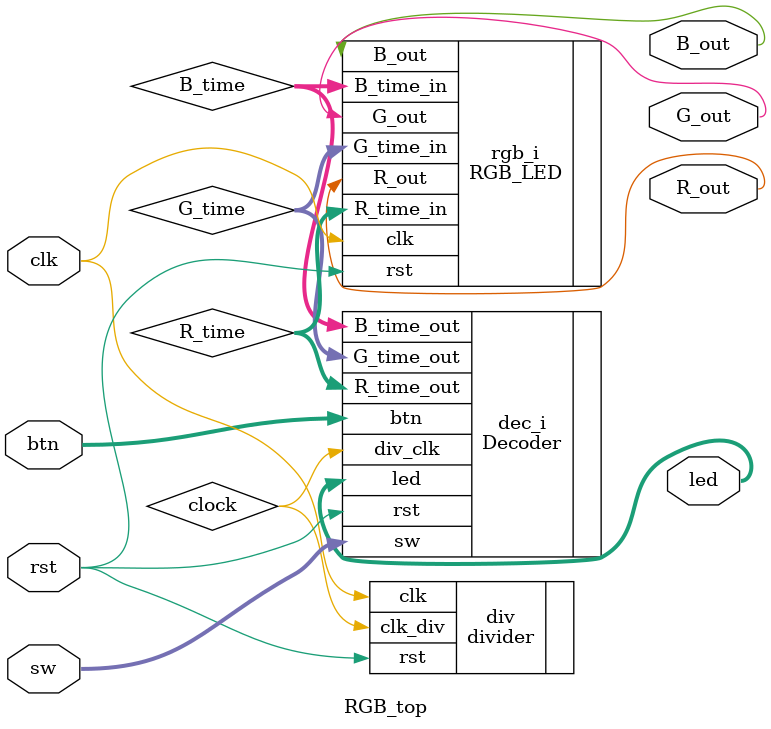
<source format=v>
module RGB_top (
    input       clk,
    input       rst,
    input [1:0] sw,
	input [3:1] btn, 
    output			R_out,
    output			G_out,
    output			B_out,
	output [3:0] led
);

  wire [7:0] R_time, G_time, B_time;

    divider div(
	.clk(clk),
	.rst(rst),
	.clk_div(clock)
  );
  
  Decoder dec_i (
    .div_clk ( clock ),
    .rst ( rst ),  
    .sw ( sw ),
	.btn ( btn ),
    .R_time_out ( R_time ),
    .G_time_out ( G_time ),
    .B_time_out ( B_time ),
	.led(led)
  );

  RGB_LED rgb_i (
    .clk ( clk ),
    .rst ( rst ),
    .R_time_in ( R_time ),
    .G_time_in ( G_time ),
    .B_time_in ( B_time ),
    .R_out ( R_out ),
    .G_out ( G_out ),
    .B_out ( B_out )
  );

endmodule // RGB_top

</source>
